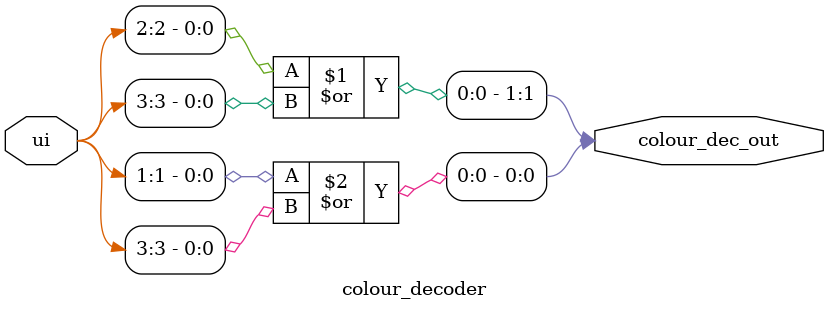
<source format=v>

module colour_decoder (
    input  wire [3:0] ui,      
    output wire [1:0] colour_dec_out   
);

    // colour[1] goes high for Yellow or Green
    assign colour_dec_out[1] = ui[2] | ui[3];

    // colour[0] goes high for Blue or Green
    assign colour_dec_out[0] = ui[1] | ui[3];

endmodule
</source>
